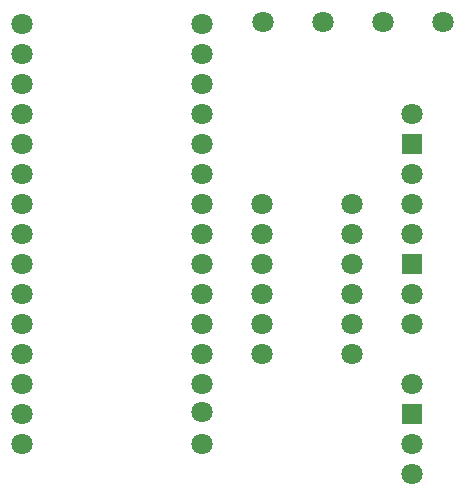
<source format=gbs>
%TF.GenerationSoftware,KiCad,Pcbnew,9.0.0*%
%TF.CreationDate,2025-03-03T20:00:27-08:00*%
%TF.ProjectId,server,73657276-6572-42e6-9b69-6361645f7063,v0.1*%
%TF.SameCoordinates,Original*%
%TF.FileFunction,Soldermask,Bot*%
%TF.FilePolarity,Negative*%
%FSLAX46Y46*%
G04 Gerber Fmt 4.6, Leading zero omitted, Abs format (unit mm)*
G04 Created by KiCad (PCBNEW 9.0.0) date 2025-03-03 20:00:27*
%MOMM*%
%LPD*%
G01*
G04 APERTURE LIST*
%ADD10C,1.800000*%
%ADD11R,1.800000X1.800000*%
G04 APERTURE END LIST*
D10*
%TO.C,RGB_LED_ROUND2*%
X167650000Y-91440000D03*
D11*
X167650000Y-93980000D03*
D10*
X167650000Y-96520000D03*
X167650000Y-99060000D03*
%TD*%
%TO.C,R1*%
X154940000Y-88900000D03*
X162560000Y-88900000D03*
%TD*%
%TO.C,ESP32_Nano1*%
X134630000Y-73660000D03*
X134630000Y-76200000D03*
X134630000Y-78740000D03*
X134630000Y-81280000D03*
X134630000Y-83820000D03*
X134630000Y-86360000D03*
X134630000Y-88900000D03*
X134630000Y-91440000D03*
X134630000Y-93980000D03*
X134630000Y-96520000D03*
X134630000Y-99060000D03*
X134630000Y-101600000D03*
X134630000Y-104140000D03*
X134630000Y-106680000D03*
X134630000Y-109220000D03*
X149870000Y-109220000D03*
X149873472Y-106528102D03*
X149870000Y-104140000D03*
X149870000Y-101600000D03*
X149870000Y-99060000D03*
X149870000Y-96520000D03*
X149870000Y-93980000D03*
X149870000Y-91440000D03*
X149870000Y-88900000D03*
X149870000Y-86360000D03*
X149870000Y-83820000D03*
X149870000Y-81280000D03*
X149870000Y-78740000D03*
X149870000Y-76200000D03*
X149870000Y-73660000D03*
%TD*%
%TO.C,R3*%
X154940000Y-93980000D03*
X162560000Y-93980000D03*
%TD*%
%TO.C,R2*%
X154940000Y-91440000D03*
X162560000Y-91440000D03*
%TD*%
%TO.C,RGB_LED_RECTANGLE1*%
X167650000Y-104140000D03*
D11*
X167650000Y-106680000D03*
D10*
X167650000Y-109220000D03*
X167650000Y-111760000D03*
%TD*%
%TO.C,2_PIN_CONNECTOR2*%
X165210000Y-73560000D03*
X170290000Y-73560000D03*
%TD*%
%TO.C,RGB_LED_ROUND1*%
X167650000Y-81280000D03*
D11*
X167650000Y-83820000D03*
D10*
X167650000Y-86360000D03*
X167650000Y-88900000D03*
%TD*%
%TO.C,2_PIN_CONNECTOR1*%
X155040000Y-73560000D03*
X160120000Y-73560000D03*
%TD*%
%TO.C,R5*%
X154940000Y-99060000D03*
X162560000Y-99060000D03*
%TD*%
%TO.C,R6*%
X154940000Y-101600000D03*
X162560000Y-101600000D03*
%TD*%
%TO.C,R4*%
X154940000Y-96520000D03*
X162560000Y-96520000D03*
%TD*%
M02*

</source>
